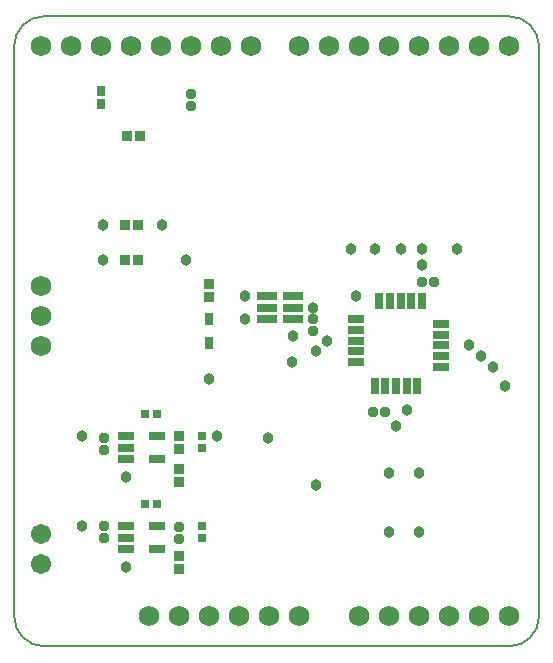
<source format=gts>
%FSLAX25Y25*%
%MOIN*%
G70*
G01*
G75*
G04 Layer_Color=8388736*
%ADD10R,0.01969X0.02756*%
%ADD11R,0.02953X0.02559*%
%ADD12R,0.02559X0.02953*%
%ADD13R,0.02362X0.01969*%
%ADD14R,0.04803X0.02362*%
%ADD15R,0.02362X0.03543*%
G04:AMPARAMS|DCode=16|XSize=25.59mil|YSize=23.62mil|CornerRadius=5.91mil|HoleSize=0mil|Usage=FLASHONLY|Rotation=0.000|XOffset=0mil|YOffset=0mil|HoleType=Round|Shape=RoundedRectangle|*
%AMROUNDEDRECTD16*
21,1,0.02559,0.01181,0,0,0.0*
21,1,0.01378,0.02362,0,0,0.0*
1,1,0.01181,0.00689,-0.00591*
1,1,0.01181,-0.00689,-0.00591*
1,1,0.01181,-0.00689,0.00591*
1,1,0.01181,0.00689,0.00591*
%
%ADD16ROUNDEDRECTD16*%
%ADD17R,0.01969X0.02362*%
G04:AMPARAMS|DCode=18|XSize=25.59mil|YSize=23.62mil|CornerRadius=5.91mil|HoleSize=0mil|Usage=FLASHONLY|Rotation=270.000|XOffset=0mil|YOffset=0mil|HoleType=Round|Shape=RoundedRectangle|*
%AMROUNDEDRECTD18*
21,1,0.02559,0.01181,0,0,270.0*
21,1,0.01378,0.02362,0,0,270.0*
1,1,0.01181,-0.00591,-0.00689*
1,1,0.01181,-0.00591,0.00689*
1,1,0.01181,0.00591,0.00689*
1,1,0.01181,0.00591,-0.00689*
%
%ADD18ROUNDEDRECTD18*%
%ADD19R,0.05709X0.02165*%
%ADD20R,0.05709X0.02165*%
%ADD21R,0.05000X0.02500*%
%ADD22R,0.02500X0.05000*%
%ADD23C,0.01000*%
%ADD24C,0.01500*%
%ADD25C,0.02000*%
%ADD26C,0.00600*%
%ADD27C,0.06000*%
%ADD28C,0.05906*%
%ADD29C,0.03000*%
%ADD30C,0.03000*%
%ADD31C,0.00984*%
%ADD32C,0.00394*%
%ADD33C,0.00500*%
%ADD34C,0.00787*%
%ADD35C,0.00591*%
%ADD36C,0.00472*%
%ADD37R,0.02769X0.03556*%
%ADD38R,0.03753X0.03359*%
%ADD39R,0.03359X0.03753*%
%ADD40R,0.03162X0.02769*%
%ADD41R,0.05603X0.03162*%
%ADD42R,0.03162X0.04343*%
G04:AMPARAMS|DCode=43|XSize=33.59mil|YSize=31.62mil|CornerRadius=9.91mil|HoleSize=0mil|Usage=FLASHONLY|Rotation=0.000|XOffset=0mil|YOffset=0mil|HoleType=Round|Shape=RoundedRectangle|*
%AMROUNDEDRECTD43*
21,1,0.03359,0.01181,0,0,0.0*
21,1,0.01378,0.03162,0,0,0.0*
1,1,0.01981,0.00689,-0.00591*
1,1,0.01981,-0.00689,-0.00591*
1,1,0.01981,-0.00689,0.00591*
1,1,0.01981,0.00689,0.00591*
%
%ADD43ROUNDEDRECTD43*%
%ADD44R,0.02769X0.03162*%
G04:AMPARAMS|DCode=45|XSize=33.59mil|YSize=31.62mil|CornerRadius=9.91mil|HoleSize=0mil|Usage=FLASHONLY|Rotation=270.000|XOffset=0mil|YOffset=0mil|HoleType=Round|Shape=RoundedRectangle|*
%AMROUNDEDRECTD45*
21,1,0.03359,0.01181,0,0,270.0*
21,1,0.01378,0.03162,0,0,270.0*
1,1,0.01981,-0.00591,-0.00689*
1,1,0.01981,-0.00591,0.00689*
1,1,0.01981,0.00591,0.00689*
1,1,0.01981,0.00591,-0.00689*
%
%ADD45ROUNDEDRECTD45*%
%ADD46R,0.06509X0.02965*%
%ADD47R,0.06509X0.02965*%
%ADD48R,0.05600X0.03100*%
%ADD49R,0.03100X0.05600*%
%ADD50C,0.06800*%
%ADD51C,0.06706*%
%ADD52C,0.03800*%
D26*
X10000Y210000D02*
G03*
X0Y200000I0J-10000D01*
G01*
X165000Y0D02*
G03*
X175000Y10000I0J10000D01*
G01*
X175000Y200000D02*
G03*
X165000Y210000I-10000J0D01*
G01*
X0Y10000D02*
G03*
X10000Y0I10000J0D01*
G01*
X165000D01*
X10000Y210000D02*
X165000D01*
X175000Y10000D02*
Y200000D01*
X0Y10000D02*
Y200000D01*
D37*
X29000Y185000D02*
D03*
Y180669D02*
D03*
D38*
X37500Y170000D02*
D03*
X41831D02*
D03*
X36921Y128622D02*
D03*
X41252D02*
D03*
X36921Y140504D02*
D03*
X41252D02*
D03*
D39*
X55000Y70000D02*
D03*
Y65669D02*
D03*
Y59000D02*
D03*
Y54669D02*
D03*
Y30000D02*
D03*
Y25669D02*
D03*
X65000Y116500D02*
D03*
Y120831D02*
D03*
D40*
X62500Y70000D02*
D03*
Y66063D02*
D03*
Y40000D02*
D03*
Y36063D02*
D03*
D41*
X37185Y70000D02*
D03*
Y66260D02*
D03*
Y62520D02*
D03*
X47500D02*
D03*
Y70000D02*
D03*
X37185Y40000D02*
D03*
Y36260D02*
D03*
Y32520D02*
D03*
X47500D02*
D03*
Y40000D02*
D03*
D42*
X65000Y108937D02*
D03*
Y101063D02*
D03*
D43*
X55000Y35866D02*
D03*
Y39803D02*
D03*
X30000Y40000D02*
D03*
Y36063D02*
D03*
Y69468D02*
D03*
Y65531D02*
D03*
X59000Y180032D02*
D03*
Y183968D02*
D03*
X99717Y108937D02*
D03*
Y105000D02*
D03*
D44*
X47500Y77500D02*
D03*
X43563D02*
D03*
Y47500D02*
D03*
X47500D02*
D03*
D45*
X119795Y78228D02*
D03*
X123732D02*
D03*
X135937Y121535D02*
D03*
X139874D02*
D03*
D46*
X84461Y116614D02*
D03*
D47*
X84461Y112874D02*
D03*
Y109134D02*
D03*
X92925D02*
D03*
X92925Y112874D02*
D03*
Y116614D02*
D03*
D48*
X113890Y108937D02*
D03*
Y105394D02*
D03*
Y101850D02*
D03*
Y98307D02*
D03*
Y94764D02*
D03*
X142236Y93189D02*
D03*
Y96732D02*
D03*
Y100276D02*
D03*
Y103819D02*
D03*
Y107362D02*
D03*
D49*
X120189Y86890D02*
D03*
X123732D02*
D03*
X127276D02*
D03*
X130819D02*
D03*
X134362D02*
D03*
X135937Y115236D02*
D03*
X132394D02*
D03*
X128850D02*
D03*
X125307D02*
D03*
X121764D02*
D03*
D50*
X45000Y10000D02*
D03*
X55000D02*
D03*
X65000D02*
D03*
X75000D02*
D03*
X85000D02*
D03*
X95000D02*
D03*
X79000Y200000D02*
D03*
X69000D02*
D03*
X59000D02*
D03*
X49000D02*
D03*
X39000D02*
D03*
X29000D02*
D03*
X19000D02*
D03*
X9000D02*
D03*
X165000D02*
D03*
X155000D02*
D03*
X145000D02*
D03*
X135000D02*
D03*
X125000D02*
D03*
X115000D02*
D03*
X105000D02*
D03*
X95000D02*
D03*
X115000Y10000D02*
D03*
X125000D02*
D03*
X135000D02*
D03*
X145000D02*
D03*
X155000D02*
D03*
X165000D02*
D03*
X9000Y120000D02*
D03*
Y110000D02*
D03*
Y100000D02*
D03*
D51*
Y37500D02*
D03*
Y27500D02*
D03*
D52*
X49323Y140433D02*
D03*
X57197Y128622D02*
D03*
X29638Y140504D02*
D03*
Y128622D02*
D03*
X37185Y56500D02*
D03*
X22500Y70000D02*
D03*
Y40000D02*
D03*
X37185Y26500D02*
D03*
X65071Y89252D02*
D03*
X67500Y70000D02*
D03*
X92630Y94764D02*
D03*
X100504Y98307D02*
D03*
X99717Y112874D02*
D03*
X77079Y109134D02*
D03*
X77079Y116614D02*
D03*
X112315Y132559D02*
D03*
X120189D02*
D03*
X128850D02*
D03*
X135937D02*
D03*
X151685Y100276D02*
D03*
X147748Y132559D02*
D03*
X155622Y96732D02*
D03*
X159559Y93189D02*
D03*
X163496Y86890D02*
D03*
X130819Y78622D02*
D03*
X127276Y73504D02*
D03*
X135000Y37984D02*
D03*
X125000D02*
D03*
X135000Y57606D02*
D03*
X125000D02*
D03*
X84756Y69567D02*
D03*
X100504Y53819D02*
D03*
X135937Y127047D02*
D03*
X104441Y101850D02*
D03*
X92925Y103425D02*
D03*
X113890Y116811D02*
D03*
M02*

</source>
